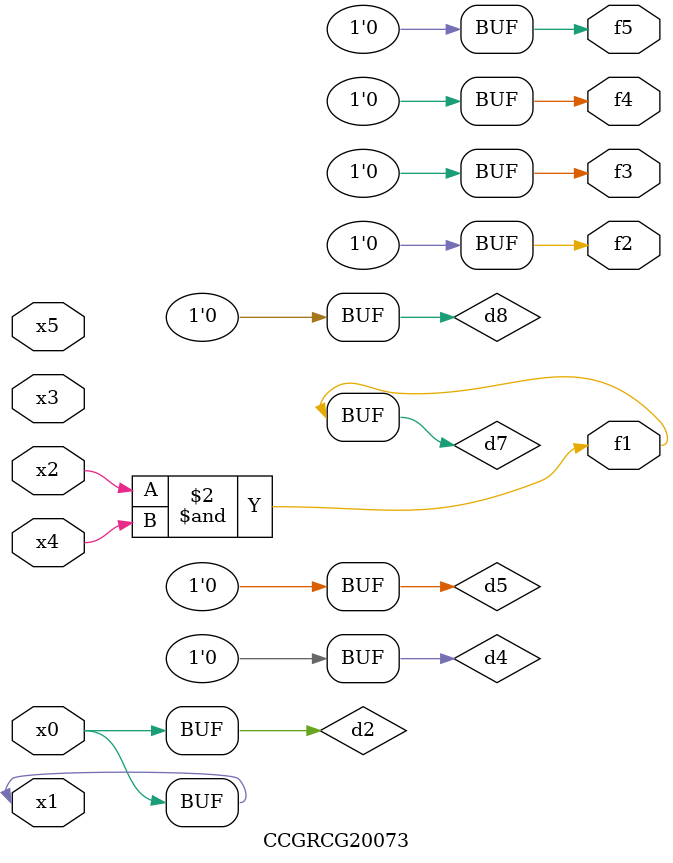
<source format=v>
module CCGRCG20073(
	input x0, x1, x2, x3, x4, x5,
	output f1, f2, f3, f4, f5
);

	wire d1, d2, d3, d4, d5, d6, d7, d8, d9;

	nand (d1, x1);
	buf (d2, x0, x1);
	nand (d3, x2, x4);
	and (d4, d1, d2);
	and (d5, d1, d2);
	nand (d6, d1, d3);
	not (d7, d3);
	xor (d8, d5);
	nor (d9, d5, d6);
	assign f1 = d7;
	assign f2 = d8;
	assign f3 = d8;
	assign f4 = d8;
	assign f5 = d8;
endmodule

</source>
